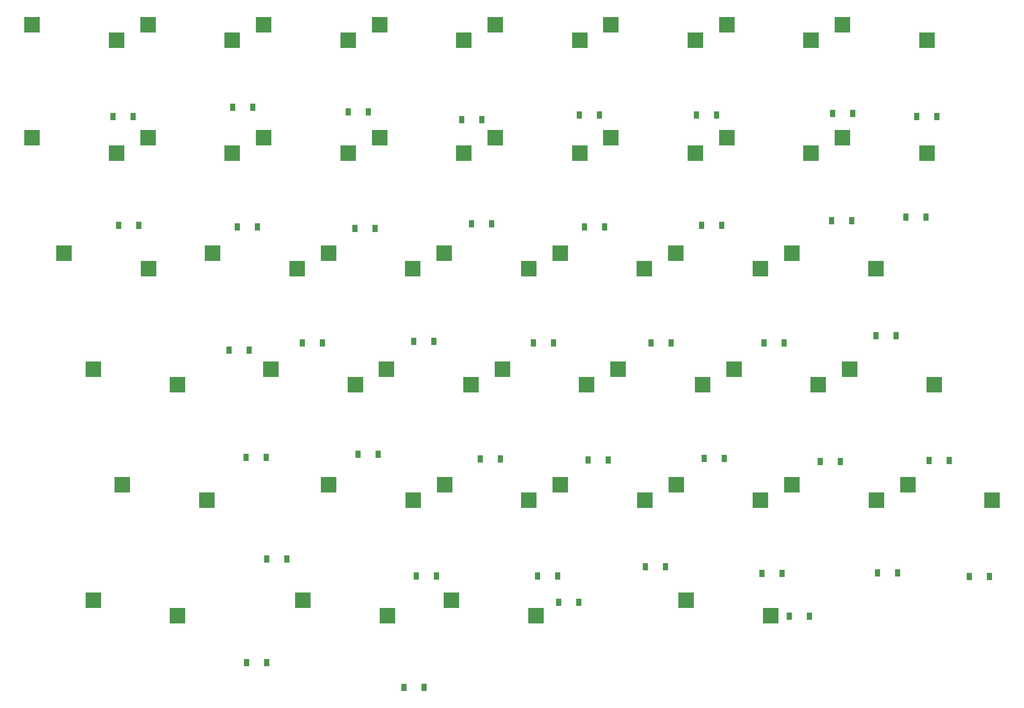
<source format=gbr>
%TF.GenerationSoftware,KiCad,Pcbnew,8.0.6*%
%TF.CreationDate,2024-11-21T22:47:59-07:00*%
%TF.ProjectId,simple_split_MX,73696d70-6c65-45f7-9370-6c69745f4d58,v1.0.0*%
%TF.SameCoordinates,Original*%
%TF.FileFunction,Paste,Top*%
%TF.FilePolarity,Positive*%
%FSLAX46Y46*%
G04 Gerber Fmt 4.6, Leading zero omitted, Abs format (unit mm)*
G04 Created by KiCad (PCBNEW 8.0.6) date 2024-11-21 22:47:59*
%MOMM*%
%LPD*%
G01*
G04 APERTURE LIST*
%ADD10R,2.550000X2.500000*%
%ADD11R,0.900000X1.200000*%
G04 APERTURE END LIST*
D10*
%TO.C,S33*%
X246617500Y-104272000D03*
X260467500Y-106812000D03*
%TD*%
D11*
%TO.C,D26*%
X236652000Y-175858000D03*
X233352000Y-175858000D03*
%TD*%
%TO.C,D24*%
X199896000Y-176276000D03*
X196596000Y-176276000D03*
%TD*%
D10*
%TO.C,S31*%
X182435500Y-180272000D03*
X196285500Y-182812000D03*
%TD*%
%TO.C,S8*%
X118880000Y-123272000D03*
X132730000Y-125812000D03*
%TD*%
D11*
%TO.C,D6*%
X226746000Y-118708000D03*
X223446000Y-118708000D03*
%TD*%
%TO.C,D33*%
X260349000Y-117348000D03*
X257049000Y-117348000D03*
%TD*%
%TO.C,D9*%
X161214000Y-138012000D03*
X157914000Y-138012000D03*
%TD*%
%TO.C,D16*%
X170358000Y-156300000D03*
X167058000Y-156300000D03*
%TD*%
%TO.C,D10*%
X179502000Y-137758000D03*
X176202000Y-137758000D03*
%TD*%
D10*
%TO.C,S20*%
X228789000Y-142272000D03*
X242639000Y-144812000D03*
%TD*%
%TO.C,S11*%
X181264000Y-123272000D03*
X195114000Y-125812000D03*
%TD*%
D11*
%TO.C,D23*%
X179958000Y-176276000D03*
X176658000Y-176276000D03*
%TD*%
%TO.C,D7*%
X248082000Y-117946000D03*
X244782000Y-117946000D03*
%TD*%
D10*
%TO.C,S6*%
X208617500Y-104272000D03*
X222467500Y-106812000D03*
%TD*%
%TO.C,F3*%
X170617500Y-85720000D03*
X184467500Y-88260000D03*
%TD*%
%TO.C,F1*%
X132617500Y-85720000D03*
X146467500Y-88260000D03*
%TD*%
%TO.C,S35*%
X113617500Y-85720000D03*
X127467500Y-88260000D03*
%TD*%
%TO.C,S4*%
X170617500Y-104272000D03*
X184467500Y-106812000D03*
%TD*%
%TO.C,S3*%
X151617500Y-104272000D03*
X165467500Y-106812000D03*
%TD*%
%TO.C,Extra_Function_Key1*%
X246617500Y-85720000D03*
X260467500Y-88260000D03*
%TD*%
D11*
%TO.C,D37*%
X187452000Y-101346000D03*
X184152000Y-101346000D03*
%TD*%
%TO.C,D15*%
X152000000Y-156808000D03*
X148700000Y-156808000D03*
%TD*%
%TO.C,D39*%
X225932000Y-100584000D03*
X222632000Y-100584000D03*
%TD*%
D10*
%TO.C,F6*%
X227617500Y-85720000D03*
X241467500Y-88260000D03*
%TD*%
%TO.C,S5*%
X189617500Y-104272000D03*
X203467500Y-106812000D03*
%TD*%
D11*
%TO.C,D36*%
X168782000Y-100076000D03*
X165482000Y-100076000D03*
%TD*%
%TO.C,D4*%
X189026000Y-118454000D03*
X185726000Y-118454000D03*
%TD*%
%TO.C,D5*%
X207568000Y-118962000D03*
X204268000Y-118962000D03*
%TD*%
D10*
%TO.C,S25*%
X200314000Y-161272000D03*
X214164000Y-163812000D03*
%TD*%
%TO.C,S7*%
X227617500Y-104272000D03*
X241467500Y-106812000D03*
%TD*%
%TO.C,S1*%
X113617500Y-104272000D03*
X127467500Y-106812000D03*
%TD*%
D11*
%TO.C,D30*%
X177926000Y-194564000D03*
X174626000Y-194564000D03*
%TD*%
%TO.C,D38*%
X206756000Y-100584000D03*
X203456000Y-100584000D03*
%TD*%
D10*
%TO.C,F2*%
X151617500Y-85720000D03*
X165467500Y-88260000D03*
%TD*%
D11*
%TO.C,D28*%
X270688000Y-176366000D03*
X267388000Y-176366000D03*
%TD*%
D10*
%TO.C,S12*%
X200264000Y-123272000D03*
X214114000Y-125812000D03*
%TD*%
%TO.C,S24*%
X181314000Y-161272000D03*
X195164000Y-163812000D03*
%TD*%
D11*
%TO.C,D12*%
X218490000Y-138012000D03*
X215190000Y-138012000D03*
%TD*%
%TO.C,D17*%
X190424000Y-157062000D03*
X187124000Y-157062000D03*
%TD*%
%TO.C,D34*%
X149860000Y-99314000D03*
X146560000Y-99314000D03*
%TD*%
%TO.C,D14*%
X255396000Y-136779000D03*
X252096000Y-136779000D03*
%TD*%
%TO.C,D20*%
X246252000Y-157480000D03*
X242952000Y-157480000D03*
%TD*%
%TO.C,D25*%
X217550000Y-174752000D03*
X214250000Y-174752000D03*
%TD*%
%TO.C,D22*%
X155448000Y-173482000D03*
X152148000Y-173482000D03*
%TD*%
D10*
%TO.C,S2*%
X132617500Y-104272000D03*
X146467500Y-106812000D03*
%TD*%
D11*
%TO.C,D3*%
X169850000Y-119216000D03*
X166550000Y-119216000D03*
%TD*%
D10*
%TO.C,S16*%
X152789000Y-142272000D03*
X166639000Y-144812000D03*
%TD*%
%TO.C,S21*%
X247789000Y-142272000D03*
X261639000Y-144812000D03*
%TD*%
%TO.C,S26*%
X219314000Y-161272000D03*
X233164000Y-163812000D03*
%TD*%
D11*
%TO.C,D21*%
X264084000Y-157316000D03*
X260784000Y-157316000D03*
%TD*%
D10*
%TO.C,S17*%
X171789000Y-142272000D03*
X185639000Y-144812000D03*
%TD*%
%TO.C,S18*%
X190789000Y-142272000D03*
X204639000Y-144812000D03*
%TD*%
D11*
%TO.C,D35*%
X130174000Y-100838000D03*
X126874000Y-100838000D03*
%TD*%
D10*
%TO.C,S32*%
X220985500Y-180272000D03*
X234835500Y-182812000D03*
%TD*%
%TO.C,S29*%
X123642500Y-180272000D03*
X137492500Y-182812000D03*
%TD*%
D11*
%TO.C,D31*%
X203326000Y-180594000D03*
X200026000Y-180594000D03*
%TD*%
D10*
%TO.C,S23*%
X162314000Y-161272000D03*
X176164000Y-163812000D03*
%TD*%
D11*
%TO.C,D11*%
X199186000Y-138012000D03*
X195886000Y-138012000D03*
%TD*%
%TO.C,D40*%
X248284000Y-100330000D03*
X244984000Y-100330000D03*
%TD*%
D10*
%TO.C,F5*%
X208617500Y-85720000D03*
X222467500Y-88260000D03*
%TD*%
%TO.C,S14*%
X238264000Y-123272000D03*
X252114000Y-125812000D03*
%TD*%
D11*
%TO.C,D32*%
X241172000Y-182880000D03*
X237872000Y-182880000D03*
%TD*%
%TO.C,D2*%
X150546000Y-118962000D03*
X147246000Y-118962000D03*
%TD*%
%TO.C,D27*%
X255650000Y-175768000D03*
X252350000Y-175768000D03*
%TD*%
D10*
%TO.C,S27*%
X238314000Y-161272000D03*
X252164000Y-163812000D03*
%TD*%
%TO.C,S28*%
X257314000Y-161272000D03*
X271164000Y-163812000D03*
%TD*%
D11*
%TO.C,D29*%
X152150000Y-190500000D03*
X148850000Y-190500000D03*
%TD*%
%TO.C,D13*%
X237032000Y-138012000D03*
X233732000Y-138012000D03*
%TD*%
D10*
%TO.C,S15*%
X123642500Y-142272000D03*
X137492500Y-144812000D03*
%TD*%
%TO.C,S22*%
X128405000Y-161272000D03*
X142255000Y-163812000D03*
%TD*%
D11*
%TO.C,D19*%
X227202000Y-156972000D03*
X223902000Y-156972000D03*
%TD*%
D10*
%TO.C,S19*%
X209789000Y-142272000D03*
X223639000Y-144812000D03*
%TD*%
%TO.C,S9*%
X143264000Y-123272000D03*
X157114000Y-125812000D03*
%TD*%
%TO.C,F4*%
X189617500Y-85720000D03*
X203467500Y-88260000D03*
%TD*%
D11*
%TO.C,D18*%
X208152000Y-157226000D03*
X204852000Y-157226000D03*
%TD*%
D10*
%TO.C,S13*%
X219264000Y-123272000D03*
X233114000Y-125812000D03*
%TD*%
D11*
%TO.C,D1*%
X131116000Y-118708000D03*
X127816000Y-118708000D03*
%TD*%
%TO.C,D8*%
X149224000Y-139192000D03*
X145924000Y-139192000D03*
%TD*%
%TO.C,D41*%
X262128000Y-100838000D03*
X258828000Y-100838000D03*
%TD*%
D10*
%TO.C,S10*%
X162264000Y-123272000D03*
X176114000Y-125812000D03*
%TD*%
%TO.C,S30*%
X158051500Y-180272000D03*
X171901500Y-182812000D03*
%TD*%
M02*

</source>
